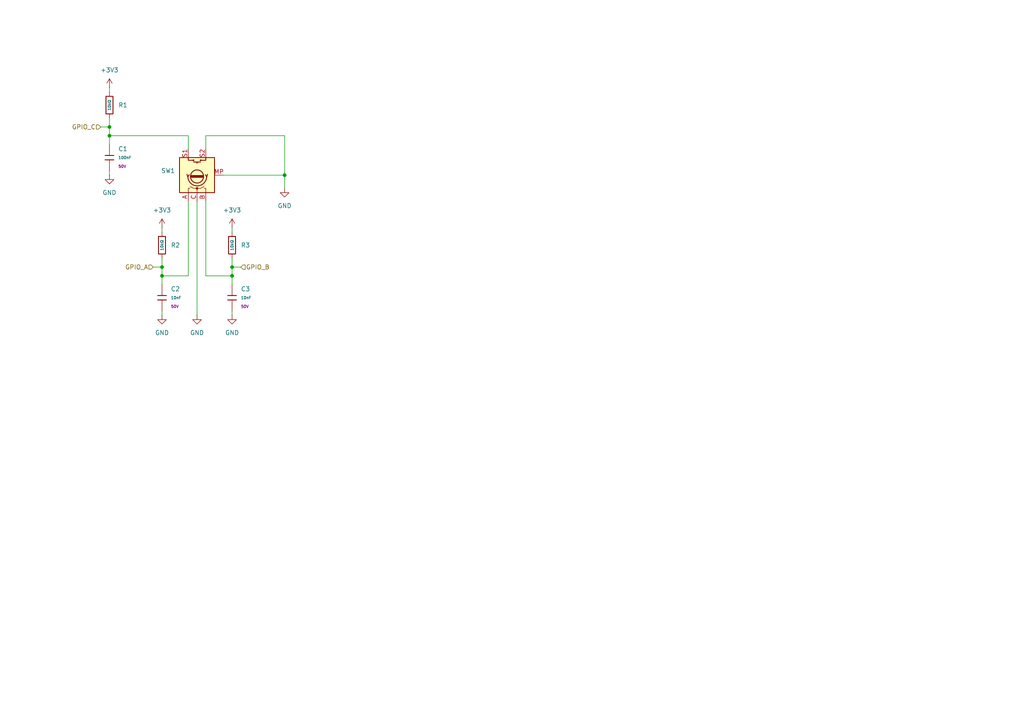
<source format=kicad_sch>
(kicad_sch (version 20250114) (generator "eeschema") (generator_version "9.0")
  (paper "A4")
  (lib_symbols
    (symbol "Device:RotaryEncoder_Switch_MP" (pin_names (offset 0.254) (hide yes))
      (property "Reference" "SW" (at 0 8.89 0))
      (property "Value" "RotaryEncoder_Switch_MP" (at 0 6.35 0))
      (symbol "RotaryEncoder_Switch_MP_0_1"
        (rectangle (start -5.08 5.08) (end 5.08 -5.08) (stroke (width 0.254)) (fill (type background)))
        (polyline (pts (xy -5.08 2.54) (xy -3.81 2.54) (xy -3.81 2.032)))
        (polyline (pts (xy -5.08 0) (xy -3.81 0) (xy -3.81 -1.016) (xy -3.302 -2.032)))
        (polyline (pts (xy -5.08 -2.54) (xy -3.81 -2.54) (xy -3.81 -2.032)))
        (polyline (pts (xy -4.318 0) (xy -3.81 0) (xy -3.81 1.016) (xy -3.302 2.032)))
        (circle (center -3.81 0) (radius 0.254) (fill (type outline)))
        (polyline (pts (xy -0.635 -1.778) (xy -0.635 1.778)) (stroke (width 0.254)))
        (circle (center -0.381 0) (radius 1.905) (stroke (width 0.254)))
        (polyline (pts (xy -0.381 -1.778) (xy -0.381 1.778)) (stroke (width 0.254)))
        (arc (start -0.381 -2.794) (mid -3.0988 -0.0635) (end -0.381 2.667) (stroke (width 0.254)))
        (polyline (pts (xy -0.127 1.778) (xy -0.127 -1.778)) (stroke (width 0.254)))
        (polyline (pts (xy 0.254 2.921) (xy -0.508 2.667) (xy 0.127 2.286)) (stroke (width 0.254)))
        (polyline (pts (xy 0.254 -3.048) (xy -0.508 -2.794) (xy 0.127 -2.413)) (stroke (width 0.254)))
        (polyline (pts (xy 3.81 1.016) (xy 3.81 -1.016)) (stroke (width 0.254)))
        (polyline (pts (xy 3.81 0) (xy 3.429 0)) (stroke (width 0.254)))
        (circle (center 4.318 1.016) (radius 0.127) (stroke (width 0.254)))
        (circle (center 4.318 -1.016) (radius 0.127) (stroke (width 0.254)))
        (polyline (pts (xy 5.08 2.54) (xy 4.318 2.54) (xy 4.318 1.016)) (stroke (width 0.254)))
        (polyline (pts (xy 5.08 -2.54) (xy 4.318 -2.54) (xy 4.318 -1.016)) (stroke (width 0.254)))
      )
      (symbol "RotaryEncoder_Switch_MP_1_1"
        (pin passive line (at -7.62 2.54 0) (length 2.54) (name "A") (number "A"))
        (pin passive line (at -7.62 0 0) (length 2.54) (name "C") (number "C"))
        (pin passive line (at -7.62 -2.54 0) (length 2.54) (name "B") (number "B"))
        (pin passive line (at 0 -7.62 90) (length 2.54) (name "MP") (number "MP"))
        (pin passive line (at 7.62 2.54 180) (length 2.54) (name "S1") (number "S1"))
        (pin passive line (at 7.62 -2.54 180) (length 2.54) (name "S2") (number "S2"))
      )
    )
    (symbol "PCM_JLCPCB-Capacitors:0402,100nF,(2)" (pin_numbers (hide yes)) (pin_names (offset 0))
      (property "Reference" "C" (at 2.032 1.668 0))
      (property "Value" "100nF" (at 2.032 -0.3782 0))
      (property "Voltage Rated" "50V" (at 2.032 -2.0462 0))
      (symbol "0402,100nF,(2)_0_1"
        (polyline (pts (xy -1.27 0.635) (xy 1.27 0.635)) (stroke (width 0.254)))
        (polyline (pts (xy -1.27 -0.635) (xy 1.27 -0.635)) (stroke (width 0.254)))
      )
      (symbol "0402,100nF,(2)_1_1"
        (pin passive line (at 0 3.81 270) (length 3.175) (name "~") (number "1"))
        (pin passive line (at 0 -3.81 90) (length 3.175) (name "~") (number "2"))
      )
    )
    (symbol "PCM_JLCPCB-Capacitors:0402,10nF" (pin_numbers (hide yes)) (pin_names (offset 0))
      (property "Reference" "C" (at 2.032 1.668 0))
      (property "Value" "10nF" (at 2.032 -0.3782 0))
      (property "Voltage Rated" "50V" (at 2.032 -2.0462 0))
      (symbol "0402,10nF_0_1"
        (polyline (pts (xy -1.27 0.635) (xy 1.27 0.635)) (stroke (width 0.254)))
        (polyline (pts (xy -1.27 -0.635) (xy 1.27 -0.635)) (stroke (width 0.254)))
      )
      (symbol "0402,10nF_1_1"
        (pin passive line (at 0 3.81 270) (length 3.175) (name "~") (number "1"))
        (pin passive line (at 0 -3.81 90) (length 3.175) (name "~") (number "2"))
      )
    )
    (symbol "PCM_JLCPCB-Resistors:0402,10kΩ" (pin_numbers (hide yes)) (pin_names (offset 0))
      (property "Reference" "R" (at 1.778 0 0))
      (property "Value" "10kΩ" (at 0 0 90))
      (symbol "0402,10kΩ_0_1"
        (rectangle (start -1.016 2.54) (end 1.016 -2.54) (stroke (width 0.254)))
      )
      (symbol "0402,10kΩ_1_1"
        (pin passive line (at 0 3.81 270) (length 1.27) (name "~") (number "1"))
        (pin passive line (at 0 -3.81 90) (length 1.27) (name "~") (number "2"))
      )
    )
    (symbol "power:+3V3" (power) (pin_numbers (hide yes)) (pin_names (offset 0) (hide yes))
      (property "Value" "+3V3" (at 0 3.556 0))
      (symbol "+3V3_0_1"
        (polyline (pts (xy -0.762 1.27) (xy 0 2.54)))
        (polyline (pts (xy 0 2.54) (xy 0.762 1.27)))
        (polyline (pts (xy 0 0) (xy 0 2.54)))
      )
      (symbol "+3V3_1_1"
        (pin power_in line (at 0 0 90) (length 0) (name "~") (number "1"))
      )
    )
    (symbol "power:GND" (power) (pin_numbers (hide yes)) (pin_names (offset 0) (hide yes))
      (property "Value" "GND" (at 0 -3.81 0))
      (symbol "GND_0_1"
        (polyline (pts (xy 0 0) (xy 0 -1.27) (xy 1.27 -1.27) (xy 0 -2.54) (xy -1.27 -1.27) (xy 0 -1.27)))
      )
      (symbol "GND_1_1"
        (pin power_in line (at 0 0 270) (length 0) (name "~") (number "1"))
      )
    )
  )
  (junction (at 31.75 39.37))
  (junction (at 46.99 80.01))
  (junction (at 46.99 77.47))
  (junction (at 67.31 77.47))
  (junction (at 82.55 50.8))
  (junction (at 31.75 36.83))
  (junction (at 67.31 80.01))
  (wire (pts (xy 57.15 58.42) (xy 57.15 91.44)))
  (wire (pts (xy 31.75 39.37) (xy 31.75 41.91)))
  (wire (pts (xy 59.69 80.01) (xy 67.31 80.01)))
  (wire (pts (xy 59.69 39.37) (xy 59.69 43.18)))
  (wire (pts (xy 31.75 39.37) (xy 54.61 39.37)))
  (wire (pts (xy 67.31 66.04) (xy 67.31 67.31)))
  (wire (pts (xy 67.31 80.01) (xy 67.31 82.55)))
  (wire (pts (xy 67.31 77.47) (xy 69.85 77.47)))
  (wire (pts (xy 31.75 34.29) (xy 31.75 36.83)))
  (wire (pts (xy 67.31 74.93) (xy 67.31 77.47)))
  (wire (pts (xy 64.77 50.8) (xy 82.55 50.8)))
  (wire (pts (xy 46.99 90.17) (xy 46.99 91.44)))
  (wire (pts (xy 31.75 49.53) (xy 31.75 50.8)))
  (wire (pts (xy 54.61 80.01) (xy 46.99 80.01)))
  (wire (pts (xy 54.61 80.01) (xy 54.61 58.42)))
  (wire (pts (xy 29.21 36.83) (xy 31.75 36.83)))
  (wire (pts (xy 46.99 77.47) (xy 46.99 80.01)))
  (wire (pts (xy 46.99 66.04) (xy 46.99 67.31)))
  (wire (pts (xy 54.61 39.37) (xy 54.61 43.18)))
  (wire (pts (xy 67.31 90.17) (xy 67.31 91.44)))
  (wire (pts (xy 31.75 36.83) (xy 31.75 39.37)))
  (wire (pts (xy 59.69 39.37) (xy 82.55 39.37)))
  (wire (pts (xy 82.55 39.37) (xy 82.55 50.8)))
  (wire (pts (xy 46.99 80.01) (xy 46.99 82.55)))
  (wire (pts (xy 31.75 25.4) (xy 31.75 26.67)))
  (wire (pts (xy 67.31 77.47) (xy 67.31 80.01)))
  (wire (pts (xy 46.99 74.93) (xy 46.99 77.47)))
  (wire (pts (xy 44.45 77.47) (xy 46.99 77.47)))
  (wire (pts (xy 82.55 50.8) (xy 82.55 54.61)))
  (wire (pts (xy 59.69 58.42) (xy 59.69 80.01)))
  (hierarchical_label "GPIO_B" (shape input) (at 69.85 77.47 0))
  (hierarchical_label "GPIO_C" (shape input) (at 29.21 36.83 180))
  (hierarchical_label "GPIO_A" (shape input) (at 44.45 77.47 180))
  (symbol (lib_id "power:GND") (at 46.99 91.44 0) (unit 1)
    (property "Reference" "#PWR07" (effects (hide yes)))
    (property "Value" "GND" (at 46.99 96.52 0))
    (property "Description" "Power symbol creates a global label with name \"GND\" , ground" (effects (hide yes)))
  )
  (symbol (lib_id "PCM_JLCPCB-Capacitors:0402,10nF") (at 67.31 86.36 0) (unit 1)
    (property "Reference" "C3" (at 69.85 83.8199 0) (effects (justify left)))
    (property "Value" "10nF" (at 69.85 86.36 0) (effects (font (size 0.8 0.8)) (justify left)))
    (property "Footprint" "PCM_JLCPCB:C_0402" (effects (hide yes)))
    (property "Datasheet" "https://www.lcsc.com/datasheet/lcsc_datasheet_2304140030_Samsung-Electro-Mechanics-CL05B103KB5NNNC_C15195.pdf" (effects (hide yes)))
    (property "Description" "50V 10nF X7R ±10% 0402 Multilayer Ceramic Capacitors MLCC - SMD/SMT ROHS" (effects (hide yes)))
    (property "LCSC" "C15195" (effects (hide yes)))
    (property "Stock" "4779042" (effects (hide yes)))
    (property "Price" "0.005USD" (effects (hide yes)))
    (property "Process" "SMT" (effects (hide yes)))
    (property "Minimum Qty" "20" (effects (hide yes)))
    (property "Attrition Qty" "10" (effects (hide yes)))
    (property "Class" "Basic Component" (effects (hide yes)))
    (property "Category" "Capacitors,Multilayer Ceramic Capacitors MLCC - SMD/SMT" (effects (hide yes)))
    (property "Manufacturer" "Samsung Electro-Mechanics" (effects (hide yes)))
    (property "Part" "CL05B103KB5NNNC" (effects (hide yes)))
    (property "Voltage Rated" "50V" (at 69.85 88.9 0) (effects (font (size 0.8 0.8)) (justify left)))
    (property "Tolerance" "±10%" (effects (hide yes)))
    (property "Capacitance" "10nF" (effects (hide yes)))
    (property "Temperature Coefficient" "X7R" (effects (hide yes)))
  )
  (symbol (lib_id "power:+3V3") (at 31.75 25.4 0) (unit 1)
    (property "Reference" "#PWR06" (effects (hide yes)))
    (property "Value" "+3V3" (at 31.75 20.32 0))
    (property "Description" "Power symbol creates a global label with name \"+3V3\"" (effects (hide yes)))
  )
  (symbol (lib_id "PCM_JLCPCB-Resistors:0402,10kΩ") (at 46.99 71.12 0) (unit 1)
    (property "Reference" "R2" (at 49.53 71.1199 0) (effects (justify left)))
    (property "Value" "10kΩ" (at 46.99 71.12 90) (effects (font (size 0.8 0.8))))
    (property "Footprint" "PCM_JLCPCB:R_0402" (effects (hide yes)))
    (property "Datasheet" "https://www.lcsc.com/datasheet/lcsc_datasheet_2411221126_UNI-ROYAL-Uniroyal-Elec-0402WGF1002TCE_C25744.pdf" (effects (hide yes)))
    (property "Description" "62.5mW Thick Film Resistors 50V ±100ppm/°C ±1% 10kΩ 0402 Chip Resistor - Surface Mount ROHS" (effects (hide yes)))
    (property "LCSC" "C25744" (effects (hide yes)))
    (property "Stock" "24372091" (effects (hide yes)))
    (property "Price" "0.004USD" (effects (hide yes)))
    (property "Process" "SMT" (effects (hide yes)))
    (property "Minimum Qty" "20" (effects (hide yes)))
    (property "Attrition Qty" "10" (effects (hide yes)))
    (property "Class" "Basic Component" (effects (hide yes)))
    (property "Category" "Resistors,Chip Resistor - Surface Mount" (effects (hide yes)))
    (property "Manufacturer" "UNI-ROYAL(Uniroyal Elec)" (effects (hide yes)))
    (property "Part" "0402WGF1002TCE" (effects (hide yes)))
    (property "Resistance" "10kΩ" (effects (hide yes)))
    (property "Power(Watts)" "62.5mW" (effects (hide yes)))
    (property "Type" "Thick Film Resistors" (effects (hide yes)))
    (property "Overload Voltage (Max)" "50V" (effects (hide yes)))
    (property "Operating Temperature Range" "-55°C~+155°C" (effects (hide yes)))
    (property "Tolerance" "±1%" (effects (hide yes)))
    (property "Temperature Coefficient" "±100ppm/°C" (effects (hide yes)))
  )
  (symbol (lib_id "PCM_JLCPCB-Capacitors:0402,10nF") (at 46.99 86.36 0) (unit 1)
    (property "Reference" "C2" (at 49.53 83.8199 0) (effects (justify left)))
    (property "Value" "10nF" (at 49.53 86.36 0) (effects (font (size 0.8 0.8)) (justify left)))
    (property "Footprint" "PCM_JLCPCB:C_0402" (effects (hide yes)))
    (property "Datasheet" "https://www.lcsc.com/datasheet/lcsc_datasheet_2304140030_Samsung-Electro-Mechanics-CL05B103KB5NNNC_C15195.pdf" (effects (hide yes)))
    (property "Description" "50V 10nF X7R ±10% 0402 Multilayer Ceramic Capacitors MLCC - SMD/SMT ROHS" (effects (hide yes)))
    (property "LCSC" "C15195" (effects (hide yes)))
    (property "Stock" "4779042" (effects (hide yes)))
    (property "Price" "0.005USD" (effects (hide yes)))
    (property "Process" "SMT" (effects (hide yes)))
    (property "Minimum Qty" "20" (effects (hide yes)))
    (property "Attrition Qty" "10" (effects (hide yes)))
    (property "Class" "Basic Component" (effects (hide yes)))
    (property "Category" "Capacitors,Multilayer Ceramic Capacitors MLCC - SMD/SMT" (effects (hide yes)))
    (property "Manufacturer" "Samsung Electro-Mechanics" (effects (hide yes)))
    (property "Part" "CL05B103KB5NNNC" (effects (hide yes)))
    (property "Voltage Rated" "50V" (at 49.53 88.9 0) (effects (font (size 0.8 0.8)) (justify left)))
    (property "Tolerance" "±10%" (effects (hide yes)))
    (property "Capacitance" "10nF" (effects (hide yes)))
    (property "Temperature Coefficient" "X7R" (effects (hide yes)))
  )
  (symbol (lib_id "power:+3V3") (at 46.99 66.04 0) (unit 1)
    (property "Reference" "#PWR04" (effects (hide yes)))
    (property "Value" "+3V3" (at 46.99 60.96 0))
    (property "Description" "Power symbol creates a global label with name \"+3V3\"" (effects (hide yes)))
  )
  (symbol (lib_id "PCM_JLCPCB-Capacitors:0402,100nF,(2)") (at 31.75 45.72 0) (unit 1)
    (property "Reference" "C1" (at 34.29 43.1799 0) (effects (justify left)))
    (property "Value" "100nF" (at 34.29 45.72 0) (effects (font (size 0.8 0.8)) (justify left)))
    (property "Footprint" "PCM_JLCPCB:C_0402" (effects (hide yes)))
    (property "Datasheet" "https://www.lcsc.com/datasheet/lcsc_datasheet_2304140030_Samsung-Electro-Mechanics-CL05B104KB54PNC_C307331.pdf" (effects (hide yes)))
    (property "Description" "50V 100nF X7R ±10% 0402 Multilayer Ceramic Capacitors MLCC - SMD/SMT ROHS" (effects (hide yes)))
    (property "LCSC" "C307331" (effects (hide yes)))
    (property "Stock" "8389599" (effects (hide yes)))
    (property "Price" "0.008USD" (effects (hide yes)))
    (property "Process" "SMT" (effects (hide yes)))
    (property "Minimum Qty" "20" (effects (hide yes)))
    (property "Attrition Qty" "10" (effects (hide yes)))
    (property "Class" "Basic Component" (effects (hide yes)))
    (property "Category" "Capacitors,Multilayer Ceramic Capacitors MLCC - SMD/SMT" (effects (hide yes)))
    (property "Manufacturer" "Samsung Electro-Mechanics" (effects (hide yes)))
    (property "Part" "CL05B104KB54PNC" (effects (hide yes)))
    (property "Voltage Rated" "50V" (at 34.29 48.26 0) (effects (font (size 0.8 0.8)) (justify left)))
    (property "Tolerance" "±10%" (effects (hide yes)))
    (property "Capacitance" "100nF" (effects (hide yes)))
    (property "Temperature Coefficient" "X7R" (effects (hide yes)))
  )
  (symbol (lib_id "power:GND") (at 67.31 91.44 0) (unit 1)
    (property "Reference" "#PWR08" (effects (hide yes)))
    (property "Value" "GND" (at 67.31 96.52 0))
    (property "Description" "Power symbol creates a global label with name \"GND\" , ground" (effects (hide yes)))
  )
  (symbol (lib_id "power:+3V3") (at 67.31 66.04 0) (unit 1)
    (property "Reference" "#PWR05" (effects (hide yes)))
    (property "Value" "+3V3" (at 67.31 60.96 0))
    (property "Description" "Power symbol creates a global label with name \"+3V3\"" (effects (hide yes)))
  )
  (symbol (lib_id "Device:RotaryEncoder_Switch_MP") (at 57.15 50.8 90) (unit 1)
    (property "Reference" "SW1" (at 50.8 49.5299 90) (effects (justify left)))
    (property "Value" "RotaryEncoder_Switch_MP" (effects (hide yes)))
    (property "Footprint" "Rotary_Encoder:RotaryEncoder_Alps_EC11E-Switch_Vertical_H20mm" (effects (hide yes)))
    (property "Datasheet" "https://jlcpcb.com/api/file/downloadByFileSystemAccessId/8588897813626802176" (effects (hide yes)))
    (property "Description" "Rotary encoder, dual channel, incremental quadrate outputs, with switch and MP Pin" (effects (hide yes)))
    (property "LCSC" "C202365" (effects (hide yes)))
  )
  (symbol (lib_id "power:GND") (at 57.15 91.44 0) (unit 1)
    (property "Reference" "#PWR01" (effects (hide yes)))
    (property "Value" "GND" (at 57.15 96.52 0))
    (property "Description" "Power symbol creates a global label with name \"GND\" , ground" (effects (hide yes)))
  )
  (symbol (lib_id "PCM_JLCPCB-Resistors:0402,10kΩ") (at 67.31 71.12 0) (unit 1)
    (property "Reference" "R3" (at 69.85 71.1199 0) (effects (justify left)))
    (property "Value" "10kΩ" (at 67.31 71.12 90) (effects (font (size 0.8 0.8))))
    (property "Footprint" "PCM_JLCPCB:R_0402" (effects (hide yes)))
    (property "Datasheet" "https://www.lcsc.com/datasheet/lcsc_datasheet_2411221126_UNI-ROYAL-Uniroyal-Elec-0402WGF1002TCE_C25744.pdf" (effects (hide yes)))
    (property "Description" "62.5mW Thick Film Resistors 50V ±100ppm/°C ±1% 10kΩ 0402 Chip Resistor - Surface Mount ROHS" (effects (hide yes)))
    (property "LCSC" "C25744" (effects (hide yes)))
    (property "Stock" "24372091" (effects (hide yes)))
    (property "Price" "0.004USD" (effects (hide yes)))
    (property "Process" "SMT" (effects (hide yes)))
    (property "Minimum Qty" "20" (effects (hide yes)))
    (property "Attrition Qty" "10" (effects (hide yes)))
    (property "Class" "Basic Component" (effects (hide yes)))
    (property "Category" "Resistors,Chip Resistor - Surface Mount" (effects (hide yes)))
    (property "Manufacturer" "UNI-ROYAL(Uniroyal Elec)" (effects (hide yes)))
    (property "Part" "0402WGF1002TCE" (effects (hide yes)))
    (property "Resistance" "10kΩ" (effects (hide yes)))
    (property "Power(Watts)" "62.5mW" (effects (hide yes)))
    (property "Type" "Thick Film Resistors" (effects (hide yes)))
    (property "Overload Voltage (Max)" "50V" (effects (hide yes)))
    (property "Operating Temperature Range" "-55°C~+155°C" (effects (hide yes)))
    (property "Tolerance" "±1%" (effects (hide yes)))
    (property "Temperature Coefficient" "±100ppm/°C" (effects (hide yes)))
  )
  (symbol (lib_id "power:GND") (at 31.75 50.8 0) (unit 1)
    (property "Reference" "#PWR03" (effects (hide yes)))
    (property "Value" "GND" (at 31.75 55.88 0))
    (property "Description" "Power symbol creates a global label with name \"GND\" , ground" (effects (hide yes)))
  )
  (symbol (lib_id "power:GND") (at 82.55 54.61 0) (unit 1)
    (property "Reference" "#PWR02" (effects (hide yes)))
    (property "Value" "GND" (at 82.55 59.69 0))
    (property "Description" "Power symbol creates a global label with name \"GND\" , ground" (effects (hide yes)))
  )
  (symbol (lib_id "PCM_JLCPCB-Resistors:0402,10kΩ") (at 31.75 30.48 0) (unit 1)
    (property "Reference" "R1" (at 34.29 30.4799 0) (effects (justify left)))
    (property "Value" "10kΩ" (at 31.75 30.48 90) (effects (font (size 0.8 0.8))))
    (property "Footprint" "PCM_JLCPCB:R_0402" (effects (hide yes)))
    (property "Datasheet" "https://www.lcsc.com/datasheet/lcsc_datasheet_2411221126_UNI-ROYAL-Uniroyal-Elec-0402WGF1002TCE_C25744.pdf" (effects (hide yes)))
    (property "Description" "62.5mW Thick Film Resistors 50V ±100ppm/°C ±1% 10kΩ 0402 Chip Resistor - Surface Mount ROHS" (effects (hide yes)))
    (property "LCSC" "C25744" (effects (hide yes)))
    (property "Stock" "24372091" (effects (hide yes)))
    (property "Price" "0.004USD" (effects (hide yes)))
    (property "Process" "SMT" (effects (hide yes)))
    (property "Minimum Qty" "20" (effects (hide yes)))
    (property "Attrition Qty" "10" (effects (hide yes)))
    (property "Class" "Basic Component" (effects (hide yes)))
    (property "Category" "Resistors,Chip Resistor - Surface Mount" (effects (hide yes)))
    (property "Manufacturer" "UNI-ROYAL(Uniroyal Elec)" (effects (hide yes)))
    (property "Part" "0402WGF1002TCE" (effects (hide yes)))
    (property "Resistance" "10kΩ" (effects (hide yes)))
    (property "Power(Watts)" "62.5mW" (effects (hide yes)))
    (property "Type" "Thick Film Resistors" (effects (hide yes)))
    (property "Overload Voltage (Max)" "50V" (effects (hide yes)))
    (property "Operating Temperature Range" "-55°C~+155°C" (effects (hide yes)))
    (property "Tolerance" "±1%" (effects (hide yes)))
    (property "Temperature Coefficient" "±100ppm/°C" (effects (hide yes)))
  )
)
</source>
